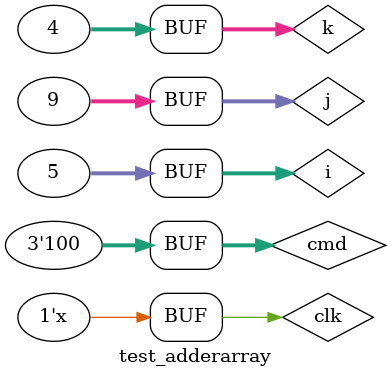
<source format=v>
`timescale 1ns / 1ps


module ADDER_ARRAY( cmd, ain0, ain1, ain2, ain3, bin0, bin1, bin2, bin3, dout0, dout1, dout2, dout3, overflow);

    input [2:0] cmd;
    input [31:0] ain0, ain1, ain2, ain3;
    input [31:0] bin0, bin1, bin2, bin3;
    output [31:0] dout0, dout1, dout2, dout3;
    output [3:0] overflow;
    
    genvar i;    
    wire [31:0] ain [3:0];
    wire [31:0] bin [3:0];
    wire [31:0] dout [3:0];
    
    assign {ain[0], ain[1], ain[2], ain[3]} =  {ain0, ain1, ain2, ain3};
    assign {bin[0], bin[1], bin[2], bin[3]} =  {bin0, bin1, bin2, bin3};
    
    generate for(i=0; i<4; i=i+1) begin:bitnum
        ADDER #(32) my_adder(
            .ain(ain[i]),
            .bin(bin[i]),
            .dout(dout[i]),
            .overflow(overflow[i])
           );
    end endgenerate
    reg [31:0] tmp [3:0];
   always @(*) begin   
       case(cmd[2:0])
            3'b000 : {tmp[0], tmp[1], tmp[2], tmp[3]} = {dout[0], 32'b0, 32'b0, 32'b0};
            3'b001 : {tmp[0], tmp[1], tmp[2], tmp[3]} =  {32'b0, dout[1], 32'b0, 32'b0};
            3'b010 : {tmp[0], tmp[1], tmp[2], tmp[3]} =  {32'b0, 32'b0, dout[2], 32'b0};
            3'b011 : {tmp[0], tmp[1], tmp[2], tmp[3]} =  {32'b0, 32'b0, 32'b0, dout[3]};
            3'b100 : {tmp[0], tmp[1], tmp[2], tmp[3]} =  {dout[0], dout[1], dout[2], dout[3]};
        endcase
    end
    assign {dout0, dout1, dout2, dout3} = {tmp[0], tmp[1], tmp[2], tmp[3]};
endmodule

module test_adderarray();
    reg [2:0] cmd;
    reg [31:0] ain [3:0];
    reg [31:0] bin [3:0];
    wire [31:0] dout [3:0];
    wire [3:0] overflow;
    
    reg clk;

    always #5 clk = ~clk;
    integer i, j, k;
    initial begin
        clk <=0;
        #30;
        
        for(i=0; i<=4; i=i+1) begin
            cmd = i;
            for(j=0; j<=8; j=j+1) begin
                for(k=0; k<4; k=k+1) begin
                    ain[k] = $urandom%(2**32-1);
                    bin[k] = $urandom%(2**32-1);
                end
 
                #10;
            end
        end 
    end
    
    ADDER_ARRAY test(
    .cmd(cmd), 
    .ain0(ain[0]), 
    .ain1(ain[1]), 
    .ain2(ain[2]), 
    .ain3(ain[3]), 
    .bin0(bin[0]), 
    .bin1(bin[1]), 
    .bin2(bin[2]), 
    .bin3(bin[3]), 
    .dout0(dout[0]),
    .dout1(dout[1]), 
    .dout2(dout[2]), 
    .dout3(dout[3]), 
    .overflow(overflow)
    );
endmodule
</source>
